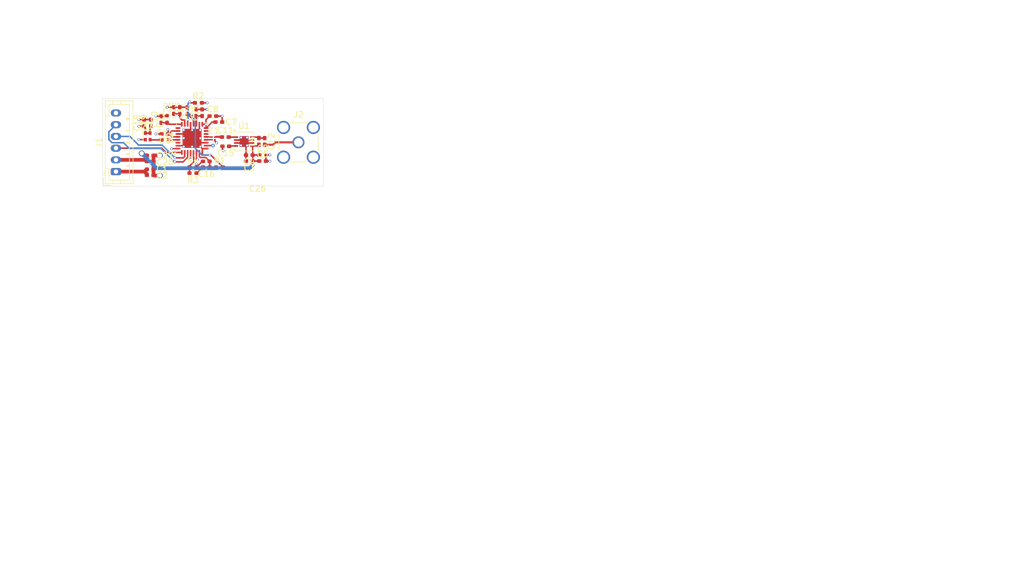
<source format=kicad_pcb>
(kicad_pcb (version 20240108) (generator "pcbnew") (generator_version "8.0")
  (layers (0 "F.Cu" signal) (1 "In1.Cu" power) (2 "In2.Cu" power) (31 "B.Cu" mixed) (34 "B.Paste" user) (35 "F.Paste" user) (36 "B.SilkS" user "B.Silkscreen") (37 "F.SilkS" user "F.Silkscreen") (38 "B.Mask" user) (39 "F.Mask" user) (44 "Edge.Cuts" user))
  (net 0 "")
  (net 1 "GND")
  (net 2 "+3.3V")
  (net 3 "+5V")
  (net 4 "Net-(Z1-Unbalanced)")
  (net 5 "Net-(C12-Pad1)")
  (net 6 "Net-(J2-In)")
  (net 7 "Net-(U2-REFIN)")
  (net 8 "Net-(X1-OUT)")
  (net 9 "Net-(U1-CB)")
  (net 10 "Net-(C16-Pad2)")
  (net 11 "Net-(U2-CPout)")
  (net 12 "Net-(U2-VTUNE)")
  (net 13 "Net-(U2-VREF)")
  (net 14 "Net-(U2-VCOM)")
  (net 15 "Net-(U2-TEMP)")
  (net 16 "CLK")
  (net 17 "DATA")
  (net 18 "LE")
  (net 19 "Net-(U2-RSET)")
  (net 20 "Net-(U2-SW)")
  (net 25 "/RF OUT")
  (net 26 "/RF+")
  (net 27 "/RF-")
  (footprint "Capacitor_SMD:C_0402_1005Metric_Pad0.74x0.62mm_HandSolder" (layer "F.Cu") (at 25.599 28.8866)
    (property "Reference" "C1" (at 2.0153 -0.0508 0) (layer "F.SilkS"))
    (property "Value" "10uF" (hide yes))
    (pad "1" smd roundrect (at -0.5675 0) (size 0.735 0.62) (layers "F.Cu" "F.Paste" "F.Mask") (net 2 "+3.3V"))
    (pad "2" smd roundrect (at 0.5675 0) (size 0.735 0.62) (layers "F.Cu" "F.Paste" "F.Mask") (net 1 "GND"))
  )
  (footprint "Capacitor_SMD:C_0402_1005Metric_Pad0.74x0.62mm_HandSolder" (layer "F.Cu") (at 44.7612 26.459)
    (property "Reference" "C5" (at 0 -1.16 360) (layer "F.SilkS"))
    (property "Value" "1.2nF")
    (pad "1" smd roundrect (at -0.5675 0) (size 0.735 0.62) (layers "F.Cu" "F.Paste" "F.Mask") (net 3 "+5V"))
    (pad "2" smd roundrect (at 0.5675 0) (size 0.735 0.62) (layers "F.Cu" "F.Paste" "F.Mask") (net 1 "GND"))
  )
  (footprint "Capacitor_SMD:C_0402_1005Metric_Pad0.74x0.62mm_HandSolder" (layer "F.Cu") (at 35.16 27.5258 180)
    (property "Reference" "C26" (at -8.7336 -4.6746 360) (layer "F.SilkS"))
    (property "Value" "2700pF")
    (pad "1" smd roundrect (at -0.5675 0 180) (size 0.735 0.62) (layers "F.Cu" "F.Paste" "F.Mask") (net 11 "Net-(U2-CPout)"))
    (pad "2" smd roundrect (at 0.5675 0 180) (size 0.735 0.62) (layers "F.Cu" "F.Paste" "F.Mask") (net 1 "GND"))
  )
  (footprint "Package_CSP:LFCSP-32-1EP_5x5mm_P0.5mm_EP3.25x3.25mm" (layer "F.Cu") (at 32.7344 23.6014 90)
    (property "Reference" "U2" (at 0 -3.75 90) (layer "F.SilkS"))
    (property "Value" "ADF4351")
    (pad "1" smd rect (at -2.4 -1.75 90) (size 0.8 0.3) (layers "F.Cu" "F.Paste" "F.Mask") (net 16 "CLK"))
    (pad "2" smd rect (at -2.4 -1.25 90) (size 0.8 0.3) (layers "F.Cu" "F.Paste" "F.Mask") (net 17 "DATA"))
    (pad "3" smd rect (at -2.4 -0.75 90) (size 0.8 0.3) (layers "F.Cu" "F.Paste" "F.Mask") (net 18 "LE"))
    (pad "4" smd rect (at -2.4 -0.25 90) (size 0.8 0.3) (layers "F.Cu" "F.Paste" "F.Mask") (net 2 "+3.3V"))
    (pad "5" smd rect (at -2.4 0.25 90) (size 0.8 0.3) (layers "F.Cu" "F.Paste" "F.Mask") (net 20 "Net-(U2-SW)"))
    (pad "6" smd rect (at -2.4 0.75 90) (size 0.8 0.3) (layers "F.Cu" "F.Paste" "F.Mask") (net 2 "+3.3V"))
    (pad "7" smd rect (at -2.4 1.25 90) (size 0.8 0.3) (layers "F.Cu" "F.Paste" "F.Mask") (net 11 "Net-(U2-CPout)"))
    (pad "8" smd rect (at -2.4 1.75 90) (size 0.8 0.3) (layers "F.Cu" "F.Paste" "F.Mask") (net 1 "GND"))
    (pad "9" smd rect (at -1.75 2.4 180) (size 0.8 0.3) (layers "F.Cu" "F.Paste" "F.Mask") (net 1 "GND"))
    (pad "10" smd rect (at -1.25 2.4 180) (size 0.8 0.3) (layers "F.Cu" "F.Paste" "F.Mask") (net 2 "+3.3V"))
    (pad "11" smd rect (at -0.75 2.4 180) (size 0.8 0.3) (layers "F.Cu" "F.Paste" "F.Mask") (net 1 "GND"))
    (pad "12" smd rect (at -0.25 2.4 180) (size 0.8 0.3) (layers "F.Cu" "F.Paste" "F.Mask") (net 26 "/RF+"))
    (pad "13" smd rect (at 0.25 2.4 180) (size 0.8 0.3) (layers "F.Cu" "F.Paste" "F.Mask") (net 27 "/RF-"))
    (pad "14" smd rect (at 0.75 2.4 180) (size 0.8 0.3) (layers "F.Cu" "F.Paste" "F.Mask"))
    (pad "15" smd rect (at 1.25 2.4 180) (size 0.8 0.3) (layers "F.Cu" "F.Paste" "F.Mask"))
    (pad "16" smd rect (at 1.75 2.4 180) (size 0.8 0.3) (layers "F.Cu" "F.Paste" "F.Mask") (net 2 "+3.3V"))
    (pad "17" smd rect (at 2.4 1.75 90) (size 0.8 0.3) (layers "F.Cu" "F.Paste" "F.Mask") (net 2 "+3.3V"))
    (pad "18" smd rect (at 2.4 1.25 90) (size 0.8 0.3) (layers "F.Cu" "F.Paste" "F.Mask") (net 1 "GND"))
    (pad "19" smd rect (at 2.4 0.75 90) (size 0.8 0.3) (layers "F.Cu" "F.Paste" "F.Mask") (net 15 "Net-(U2-TEMP)"))
    (pad "20" smd rect (at 2.4 0.25 90) (size 0.8 0.3) (layers "F.Cu" "F.Paste" "F.Mask") (net 12 "Net-(U2-VTUNE)"))
    (pad "21" smd rect (at 2.4 -0.25 90) (size 0.8 0.3) (layers "F.Cu" "F.Paste" "F.Mask") (net 1 "GND"))
    (pad "22" smd rect (at 2.4 -0.75 90) (size 0.8 0.3) (layers "F.Cu" "F.Paste" "F.Mask") (net 19 "Net-(U2-RSET)"))
    (pad "23" smd rect (at 2.4 -1.25 90) (size 0.8 0.3) (layers "F.Cu" "F.Paste" "F.Mask") (net 14 "Net-(U2-VCOM)"))
    (pad "24" smd rect (at 2.4 -1.75 90) (size 0.8 0.3) (layers "F.Cu" "F.Paste" "F.Mask") (net 13 "Net-(U2-VREF)"))
    (pad "25" smd rect (at 1.75 -2.4 180) (size 0.8 0.3) (layers "F.Cu" "F.Paste" "F.Mask"))
    (pad "26" smd rect (at 1.25 -2.4 180) (size 0.8 0.3) (layers "F.Cu" "F.Paste" "F.Mask") (net 2 "+3.3V"))
    (pad "27" smd rect (at 0.75 -2.4 180) (size 0.8 0.3) (layers "F.Cu" "F.Paste" "F.Mask") (net 1 "GND"))
    (pad "28" smd rect (at 0.25 -2.4 180) (size 0.8 0.3) (layers "F.Cu" "F.Paste" "F.Mask") (net 2 "+3.3V"))
    (pad "29" smd rect (at -0.25 -2.4 180) (size 0.8 0.3) (layers "F.Cu" "F.Paste" "F.Mask") (net 7 "Net-(U2-REFIN)"))
    (pad "30" smd rect (at -0.75 -2.4 180) (size 0.8 0.3) (layers "F.Cu" "F.Paste" "F.Mask"))
    (pad "31" smd rect (at -1.25 -2.4 180) (size 0.8 0.3) (layers "F.Cu" "F.Paste" "F.Mask") (net 1 "GND"))
    (pad "32" smd rect (at -1.75 -2.4 180) (size 0.8 0.3) (layers "F.Cu" "F.Paste" "F.Mask") (net 2 "+3.3V"))
    (pad "33" smd rect (at 0 0 90) (size 3.25 3.25) (layers "F.Cu" "F.Mask") (net 1 "GND"))
  )
  (footprint "Resistor_SMD:R_0402_1005Metric_Pad0.72x0.64mm_HandSolder" (layer "F.Cu") (at 32.8994 29.5324 180)
    (property "Reference" "R3" (at 0 -1.17 360) (layer "F.SilkS"))
    (property "Value" "90R")
    (pad "1" smd roundrect (at -0.5975 0 180) (size 0.715 0.64) (layers "F.Cu" "F.Paste" "F.Mask") (net 10 "Net-(C16-Pad2)"))
    (pad "2" smd roundrect (at 0.5975 0 180) (size 0.715 0.64) (layers "F.Cu" "F.Paste" "F.Mask") (net 20 "Net-(U2-SW)"))
  )
  (footprint "Capacitor_SMD:C_0402_1005Metric_Pad0.74x0.62mm_HandSolder" (layer "F.Cu") (at 30.6388 18.8557 90)
    (property "Reference" "C23" (at 0 -1.16 90) (layer "F.SilkS"))
    (property "Value" "0.1uF")
    (pad "1" smd roundrect (at -0.5675 0 90) (size 0.735 0.62) (layers "F.Cu" "F.Paste" "F.Mask") (net 14 "Net-(U2-VCOM)"))
    (pad "2" smd roundrect (at 0.5675 0 90) (size 0.735 0.62) (layers "F.Cu" "F.Paste" "F.Mask") (net 1 "GND"))
  )
  (footprint "Capacitor_SMD:C_0402_1005Metric_Pad0.74x0.62mm_HandSolder" (layer "F.Cu") (at 35.1687 28.5164 180)
    (property "Reference" "C16" (at 0 -1.16 360) (layer "F.SilkS"))
    (property "Value" "39nF")
    (pad "1" smd roundrect (at -0.5675 0 180) (size 0.735 0.62) (layers "F.Cu" "F.Paste" "F.Mask") (net 11 "Net-(U2-CPout)"))
    (pad "2" smd roundrect (at 0.5675 0 180) (size 0.735 0.62) (layers "F.Cu" "F.Paste" "F.Mask") (net 10 "Net-(C16-Pad2)"))
  )
  (footprint "Capacitor_SMD:C_0402_1005Metric_Pad0.74x0.62mm_HandSolder" (layer "F.Cu") (at 28.4798 20.3797 90)
    (property "Reference" "C21" (at 0 -1.16 90) (layer "F.SilkS"))
    (property "Value" "0.1uF")
    (pad "1" smd roundrect (at -0.5675 0 90) (size 0.735 0.62) (layers "F.Cu" "F.Paste" "F.Mask") (net 13 "Net-(U2-VREF)"))
    (pad "2" smd roundrect (at 0.5675 0 90) (size 0.735 0.62) (layers "F.Cu" "F.Paste" "F.Mask") (net 1 "GND"))
  )
  (footprint "Capacitor_SMD:C_0402_1005Metric_Pad0.74x0.62mm_HandSolder" (layer "F.Cu") (at 25.599 29.8772)
    (property "Reference" "C2" (at 1.9899 0.127 0) (layer "F.SilkS"))
    (property "Value" "0.1uF" (hide yes))
    (pad "1" smd roundrect (at -0.5675 0) (size 0.735 0.62) (layers "F.Cu" "F.Paste" "F.Mask") (net 2 "+3.3V"))
    (pad "2" smd roundrect (at 0.5675 0) (size 0.735 0.62) (layers "F.Cu" "F.Paste" "F.Mask") (net 1 "GND"))
  )
  (footprint "Capacitor_SMD:C_0402_1005Metric_Pad0.74x0.62mm_HandSolder" (layer "F.Cu") (at 38.4112 23.3856)
    (property "Reference" "C11" (at 0 -1.16 0) (layer "F.SilkS"))
    (property "Value" "10pF")
    (pad "1" smd roundrect (at -0.5675 0) (size 0.735 0.62) (layers "F.Cu" "F.Paste" "F.Mask") (net 4 "Net-(Z1-Unbalanced)"))
    (pad "2" smd roundrect (at 0.5675 0) (size 0.735 0.62) (layers "F.Cu" "F.Paste" "F.Mask") (net 25 "/RF OUT"))
  )
  (footprint "Connector_Coaxial:SMA_Amphenol_901-144_Vertical" (layer "F.Cu") (at 50.8762 24.2824)
    (property "Reference" "J2" (at 0 -4.75 0) (layer "F.SilkS"))
    (property "Value" "Conn_Coaxial")
    (pad "1" thru_hole circle (at 0 0) (size 2.05 2.05) (drill 1.5) (layers "*.Cu" "*.Mask") (net 6 "Net-(J2-In)"))
    (pad "2" thru_hole circle (at -2.54 -2.54) (size 2.25 2.25) (drill 1.7) (layers "*.Cu" "*.Mask") (net 1 "GND"))
    (pad "2" thru_hole circle (at -2.54 2.54) (size 2.25 2.25) (drill 1.7) (layers "*.Cu" "*.Mask") (net 1 "GND"))
    (pad "2" thru_hole circle (at 2.54 -2.54) (size 2.25 2.25) (drill 1.7) (layers "*.Cu" "*.Mask") (net 1 "GND"))
    (pad "2" thru_hole circle (at 2.54 2.54) (size 2.25 2.25) (drill 1.7) (layers "*.Cu" "*.Mask") (net 1 "GND"))
  )
  (footprint "Capacitor_SMD:C_0402_1005Metric_Pad0.74x0.62mm_HandSolder" (layer "F.Cu") (at 42.5006 26.459 180)
    (property "Reference" "C4" (at 0 -1.16 360) (layer "F.SilkS"))
    (property "Value" "1uF")
    (pad "1" smd roundrect (at -0.5675 0 180) (size 0.735 0.62) (layers "F.Cu" "F.Paste" "F.Mask") (net 3 "+5V"))
    (pad "2" smd roundrect (at 0.5675 0 180) (size 0.735 0.62) (layers "F.Cu" "F.Paste" "F.Mask") (net 1 "GND"))
  )
  (footprint "Resistor_SMD:R_0402_1005Metric_Pad0.72x0.64mm_HandSolder" (layer "F.Cu") (at 32.8994 28.5164)
    (property "Reference" "R4" (at 0 -1.17 360) (layer "F.SilkS"))
    (property "Value" "270R")
    (pad "1" smd roundrect (at -0.5975 0) (size 0.715 0.64) (layers "F.Cu" "F.Paste" "F.Mask") (net 20 "Net-(U2-SW)"))
    (pad "2" smd roundrect (at 0.5975 0) (size 0.715 0.64) (layers "F.Cu" "F.Paste" "F.Mask") (net 1 "GND"))
  )
  (footprint "Capacitor_SMD:C_0402_1005Metric_Pad0.74x0.62mm_HandSolder" (layer "F.Cu") (at 27.4892 20.3797 90)
    (property "Reference" "C20" (at 0 -1.16 90) (layer "F.SilkS"))
    (property "Value" "10pF")
    (pad "1" smd roundrect (at -0.5675 0 90) (size 0.735 0.62) (layers "F.Cu" "F.Paste" "F.Mask") (net 13 "Net-(U2-VREF)"))
    (pad "2" smd roundrect (at 0.5675 0 90) (size 0.735 0.62) (layers "F.Cu" "F.Paste" "F.Mask") (net 1 "GND"))
  )
  (footprint "Capacitor_SMD:C_0402_1005Metric_Pad0.74x0.62mm_HandSolder" (layer "F.Cu") (at 31.9342 18.8644 90)
    (property "Reference" "C17" (at 0 -1.16 90) (layer "F.SilkS"))
    (property "Value" "1200pF")
    (pad "1" smd roundrect (at -0.5675 0 90) (size 0.735 0.62) (layers "F.Cu" "F.Paste" "F.Mask") (net 12 "Net-(U2-VTUNE)"))
    (pad "2" smd roundrect (at 0.5675 0 90) (size 0.735 0.62) (layers "F.Cu" "F.Paste" "F.Mask") (net 1 "GND"))
  )
  (footprint "Package_CSP:Analog_LFCSP-8-1EP_3x3mm_P0.5mm_EP1.53x1.85mm" (layer "F.Cu") (at 41.6116 24.1436)
    (property "Reference" "U1" (at 0 -2.65 0) (layer "F.SilkS"))
    (property "Value" "PLACEHOLDER")
    (pad "1" smd rect (at -1.37 -0.75) (size 0.71 0.28) (layers "F.Cu" "F.Paste" "F.Mask") (net 25 "/RF OUT"))
    (pad "2" smd rect (at 0 -0.25) (size 3.45 0.28) (layers "F.Cu") (net 1 "GND"))
    (pad "2" smd rect (at 0 0) (size 1.53 1.85) (layers "F.Cu" "F.Mask") (net 1 "GND"))
    (pad "2" smd rect (at 0 0.25) (size 3.45 0.28) (layers "F.Cu") (net 1 "GND"))
    (pad "4" smd rect (at -1.37 0.75) (size 0.71 0.28) (layers "F.Cu" "F.Paste" "F.Mask") (net 9 "Net-(U1-CB)"))
    (pad "5" smd rect (at 1.37 0.75) (size 0.71 0.28) (layers "F.Cu" "F.Paste" "F.Mask") (net 3 "+5V"))
    (pad "8" smd rect (at 1.37 -0.75) (size 0.71 0.28) (layers "F.Cu" "F.Paste" "F.Mask") (net 5 "Net-(C12-Pad1)"))
  )
  (footprint "Resistor_SMD:R_0402_1005Metric_Pad0.72x0.64mm_HandSolder" (layer "F.Cu") (at 33.8138 17.5436)
    (property "Reference" "R2" (at 0 -1.17 0) (layer "F.SilkS"))
    (property "Value" "4.7k")
    (pad "1" smd roundrect (at -0.5975 0) (size 0.715 0.64) (layers "F.Cu" "F.Paste" "F.Mask") (net 19 "Net-(U2-RSET)"))
    (pad "2" smd roundrect (at 0.5975 0) (size 0.715 0.64) (layers "F.Cu" "F.Paste" "F.Mask") (net 1 "GND"))
  )
  (footprint "Capacitor_SMD:C_0402_1005Metric_Pad0.74x0.62mm_HandSolder" (layer "F.Cu") (at 42.5006 27.475 180)
    (property "Reference" "C3" (at 0 -1.16 360) (layer "F.SilkS"))
    (property "Value" "0.1uF")
    (pad "1" smd roundrect (at -0.5675 0 180) (size 0.735 0.62) (layers "F.Cu" "F.Paste" "F.Mask") (net 3 "+5V"))
    (pad "2" smd roundrect (at 0.5675 0 180) (size 0.735 0.62) (layers "F.Cu" "F.Paste" "F.Mask") (net 1 "GND"))
  )
  (footprint "Capacitor_SMD:C_0402_1005Metric_Pad0.74x0.62mm_HandSolder" (layer "F.Cu") (at 24.5618 20.9637 90)
    (property "Reference" "C18" (at 0 -1.16 90) (layer "F.SilkS"))
    (property "Value" "10pF")
    (pad "1" smd roundrect (at -0.5675 0 90) (size 0.735 0.62) (layers "F.Cu" "F.Paste" "F.Mask") (net 2 "+3.3V"))
    (pad "2" smd roundrect (at 0.5675 0 90) (size 0.735 0.62) (layers "F.Cu" "F.Paste" "F.Mask") (net 1 "GND"))
  )
  (footprint "Capacitor_SMD:C_0402_1005Metric_Pad0.74x0.62mm_HandSolder" (layer "F.Cu") (at 34.4488 19.2287 90)
    (property "Reference" "C25" (at 0 -1.16 90) (layer "F.SilkS"))
    (property "Value" "0.1uF")
    (pad "1" smd roundrect (at -0.5675 0 90) (size 0.735 0.62) (layers "F.Cu" "F.Paste" "F.Mask") (net 15 "Net-(U2-TEMP)"))
    (pad "2" smd roundrect (at 0.5675 0 90) (size 0.735 0.62) (layers "F.Cu" "F.Paste" "F.Mask") (net 1 "GND"))
  )
  (footprint "Capacitor_SMD:C_0402_1005Metric_Pad0.74x0.62mm_HandSolder" (layer "F.Cu") (at 25.7048 20.9637 90)
    (property "Reference" "C19" (at 0 -1.16 90) (layer "F.SilkS"))
    (property "Value" "0.1uF")
    (pad "1" smd roundrect (at -0.5675 0 90) (size 0.735 0.62) (layers "F.Cu" "F.Paste" "F.Mask") (net 2 "+3.3V"))
    (pad "2" smd roundrect (at 0.5675 0 90) (size 0.735 0.62) (layers "F.Cu" "F.Paste" "F.Mask") (net 1 "GND"))
  )
  (footprint "Oscillator:Oscillator_SMD_Abracon_ASCO-4Pin_1.6x1.2mm" (layer "F.Cu") (at 25.1778 23.2752)
    (property "Reference" "X1" (at 0.025 -1.875 0) (layer "F.SilkS"))
    (property "Value" "ASCO 24MHz")
    (pad "1" smd rect (at -0.4 -0.55) (size 0.5 0.6) (layers "F.Cu" "F.Paste" "F.Mask") (net 2 "+3.3V"))
    (pad "2" smd rect (at -0.4 0.55) (size 0.5 0.6) (layers "F.Cu" "F.Paste" "F.Mask") (net 1 "GND"))
    (pad "3" smd rect (at 0.4 0.55) (size 0.5 0.6) (layers "F.Cu" "F.Paste" "F.Mask") (net 8 "Net-(X1-OUT)"))
    (pad "4" smd rect (at 0.4 -0.55) (size 0.5 0.6) (layers "F.Cu" "F.Paste" "F.Mask") (net 2 "+3.3V"))
  )
  (footprint "Capacitor_SMD:C_0402_1005Metric_Pad0.74x0.62mm_HandSolder" (layer "F.Cu") (at 28.0988 23.8682)
    (property "Reference" "C14" (at 0 -1.16 0) (layer "F.SilkS"))
    (property "Value" "100pF")
    (pad "1" smd roundrect (at -0.5675 0) (size 0.735 0.62) (layers "F.Cu" "F.Paste" "F.Mask") (net 8 "Net-(X1-OUT)"))
    (pad "2" smd roundrect (at 0.5675 0) (size 0.735 0.62) (layers "F.Cu" "F.Paste" "F.Mask") (net 7 "Net-(U2-REFIN)"))
  )
  (footprint "Resistor_SMD:R_0402_1005Metric_Pad0.72x0.64mm_HandSolder" (layer "F.Cu") (at 37.4206 28.5418)
    (property "Reference" "R1" (at 0 -1.17 360) (layer "F.SilkS"))
    (property "Value" "680R")
    (pad "1" smd roundrect (at -0.5975 0) (size 0.715 0.64) (layers "F.Cu" "F.Paste" "F.Mask") (net 11 "Net-(U2-CPout)"))
    (pad "2" smd roundrect (at 0.5975 0) (size 0.715 0.64) (layers "F.Cu" "F.Paste" "F.Mask") (net 12 "Net-(U2-VTUNE)"))
  )
  (footprint "Capacitor_SMD:C_0402_1005Metric_Pad0.74x0.62mm_HandSolder" (layer "F.Cu") (at 38.4874 24.9604 180)
    (property "Reference" "C15" (at 0 -1.16 360) (layer "F.SilkS"))
    (property "Value" "1uF")
    (pad "1" smd roundrect (at -0.5675 0 180) (size 0.735 0.62) (layers "F.Cu" "F.Paste" "F.Mask") (net 9 "Net-(U1-CB)"))
    (pad "2" smd roundrect (at 0.5675 0 180) (size 0.735 0.62) (layers "F.Cu" "F.Paste" "F.Mask") (net 1 "GND"))
  )
  (footprint "Capacitor_SMD:C_0402_1005Metric_Pad0.74x0.62mm_HandSolder" (layer "F.Cu") (at 25.599 26.5244)
    (property "Reference" "C27" (at 2.5233 -0.0254 0) (layer "F.SilkS"))
    (property "Value" "10uF" (hide yes))
    (pad "1" smd roundrect (at -0.5675 0) (size 0.735 0.62) (layers "F.Cu" "F.Paste" "F.Mask") (net 3 "+5V"))
    (pad "2" smd roundrect (at 0.5675 0) (size 0.735 0.62) (layers "F.Cu" "F.Paste" "F.Mask") (net 1 "GND"))
  )
  (footprint "KNMicroProprietarRFLIB:4 pin 0402" (layer "F.Cu") (at 36.3792 23.6142)
    (property "Reference" "Z1" (at 0 -1.3 0) (layer "F.SilkS"))
    (property "Value" "LDM152G4505FC048")
    (pad "1" smd rect (at 0.25 -0.225) (size 0.3 0.25) (layers "F.Cu" "F.Paste" "F.Mask") (net 4 "Net-(Z1-Unbalanced)"))
    (pad "2" smd rect (at -0.25 -0.225) (size 0.3 0.25) (layers "F.Cu" "F.Paste" "F.Mask") (net 27 "/RF-"))
    (pad "3" smd rect (at -0.25 0.225) (size 0.3 0.25) (layers "F.Cu" "F.Paste" "F.Mask") (net 26 "/RF+"))
    (pad "4" smd rect (at 0.25 0.225) (size 0.3 0.25) (layers "F.Cu" "F.Paste" "F.Mask") (net 1 "GND"))
  )
  (footprint "Capacitor_SMD:C_0402_1005Metric_Pad0.74x0.62mm_HandSolder" (layer "F.Cu") (at 37.3023 20.8202)
    (property "Reference" "C7" (at 2.0995 0 0) (layer "F.SilkS"))
    (property "Value" "10uF")
    (pad "1" smd roundrect (at -0.5675 0) (size 0.735 0.62) (layers "F.Cu" "F.Paste" "F.Mask") (net 2 "+3.3V"))
    (pad "2" smd roundrect (at 0.5675 0) (size 0.735 0.62) (layers "F.Cu" "F.Paste" "F.Mask") (net 1 "GND"))
  )
  (footprint "Connector_JST:JST_PH_B6B-PH-K_1x06_P2.00mm_Vertical" (layer "F.Cu") (at 19.7608 29.2764 90)
    (property "Reference" "J1" (at 5 -2.9 90) (layer "F.SilkS"))
    (property "Value" "Conn_01x06" (hide yes))
    (pad "1" thru_hole roundrect (at 0 0 90) (size 1.2 1.75) (drill 0.75) (layers "*.Cu" "*.Mask") (roundrect_rratio 0.208333) (net 2 "+3.3V"))
    (pad "2" thru_hole oval (at 2 0 90) (size 1.2 1.75) (drill 0.75) (layers "*.Cu" "*.Mask") (net 3 "+5V"))
    (pad "3" thru_hole oval (at 4 0 90) (size 1.2 1.75) (drill 0.75) (layers "*.Cu" "*.Mask") (net 16 "CLK"))
    (pad "4" thru_hole oval (at 6 0 90) (size 1.2 1.75) (drill 0.75) (layers "*.Cu" "*.Mask") (net 17 "DATA"))
    (pad "5" thru_hole oval (at 8 0 90) (size 1.2 1.75) (drill 0.75) (layers "*.Cu" "*.Mask") (net 18 "LE"))
    (pad "6" thru_hole oval (at 10 0 90) (size 1.2 1.75) (drill 0.75) (layers "*.Cu" "*.Mask") (net 1 "GND"))
  )
  (footprint "Capacitor_SMD:C_0402_1005Metric_Pad0.74x0.62mm_HandSolder" (layer "F.Cu") (at 25.599 27.5292)
    (property "Reference" "C28" (at 2.5233 0.1382 0) (layer "F.SilkS"))
    (property "Value" "0.1uF" (hide yes))
    (pad "1" smd roundrect (at -0.5675 0) (size 0.735 0.62) (layers "F.Cu" "F.Paste" "F.Mask") (net 3 "+5V"))
    (pad "2" smd roundrect (at 0.5675 0) (size 0.735 0.62) (layers "F.Cu" "F.Paste" "F.Mask") (net 1 "GND"))
  )
  (footprint "Inductor_SMD:L_0402_1005Metric_Pad0.77x0.64mm_HandSolder" (layer "F.Cu") (at 44.1262 24.1222 90)
    (property "Reference" "L4" (at 0 -1.17 90) (layer "F.SilkS"))
    (property "Value" "47nH")
    (pad "1" smd roundrect (at -0.5725 0 90) (size 0.765 0.64) (layers "F.Cu" "F.Paste" "F.Mask") (net 3 "+5V"))
    (pad "2" smd roundrect (at 0.5725 0 90) (size 0.765 0.64) (layers "F.Cu" "F.Paste" "F.Mask") (net 5 "Net-(C12-Pad1)"))
  )
  (footprint "Capacitor_SMD:C_0402_1005Metric_Pad0.74x0.62mm_HandSolder" (layer "F.Cu") (at 44.7612 27.475)
    (property "Reference" "C6" (at 0 -1.16 360) (layer "F.SilkS"))
    (property "Value" "68pF")
    (pad "1" smd roundrect (at -0.5675 0) (size 0.735 0.62) (layers "F.Cu" "F.Paste" "F.Mask") (net 3 "+5V"))
    (pad "2" smd roundrect (at 0.5675 0) (size 0.735 0.62) (layers "F.Cu" "F.Paste" "F.Mask") (net 1 "GND"))
  )
  (footprint "Capacitor_SMD:C_0402_1005Metric_Pad0.74x0.62mm_HandSolder" (layer "F.Cu") (at 29.6228 18.8557 90)
    (property "Reference" "C22" (at 0 -1.16 90) (layer "F.SilkS"))
    (property "Value" "10pF")
    (pad "1" smd roundrect (at -0.5675 0 90) (size 0.735 0.62) (layers "F.Cu" "F.Paste" "F.Mask") (net 14 "Net-(U2-VCOM)"))
    (pad "2" smd roundrect (at 0.5675 0 90) (size 0.735 0.62) (layers "F.Cu" "F.Paste" "F.Mask") (net 1 "GND"))
  )
  (footprint "Capacitor_SMD:C_0402_1005Metric_Pad0.74x0.62mm_HandSolder" (layer "F.Cu") (at 28.0988 22.8522 180)
    (property "Reference" "C9" (at 0 -1.16 0) (layer "F.SilkS"))
    (property "Value" "0.1uF")
    (pad "1" smd roundrect (at -0.5675 0 180) (size 0.735 0.62) (layers "F.Cu" "F.Paste" "F.Mask") (net 2 "+3.3V"))
    (pad "2" smd roundrect (at 0.5675 0 180) (size 0.735 0.62) (layers "F.Cu" "F.Paste" "F.Mask") (net 1 "GND"))
  )
  (footprint "Capacitor_SMD:C_0402_1005Metric_Pad0.74x0.62mm_HandSolder" (layer "F.Cu") (at 45.1168 24.1222 -90)
    (property "Reference" "C12" (at 0 -1.16 90) (layer "F.SilkS"))
    (property "Value" "33pF")
    (pad "1" smd roundrect (at -0.5675 0 270) (size 0.735 0.62) (layers "F.Cu" "F.Paste" "F.Mask") (net 5 "Net-(C12-Pad1)"))
    (pad "2" smd roundrect (at 0.5675 0 270) (size 0.735 0.62) (layers "F.Cu" "F.Paste" "F.Mask") (net 6 "Net-(J2-In)"))
  )
  (footprint "Capacitor_SMD:C_0402_1005Metric_Pad0.74x0.62mm_HandSolder" (layer "F.Cu") (at 36.2863 19.8042)
    (property "Reference" "C8" (at 0 -1.16 0) (layer "F.SilkS"))
    (property "Value" "10pF")
    (pad "1" smd roundrect (at -0.5675 0) (size 0.735 0.62) (layers "F.Cu" "F.Paste" "F.Mask") (net 2 "+3.3V"))
    (pad "2" smd roundrect (at 0.5675 0) (size 0.735 0.62) (layers "F.Cu" "F.Paste" "F.Mask") (net 1 "GND"))
  )
  (footprint "Capacitor_SMD:C_0402_1005Metric_Pad0.74x0.62mm_HandSolder" (layer "F.Cu") (at 33.4328 19.2287 90)
    (property "Reference" "C24" (at 0 -1.16 90) (layer "F.SilkS"))
    (property "Value" "10pF")
    (pad "1" smd roundrect (at -0.5675 0 90) (size 0.735 0.62) (layers "F.Cu" "F.Paste" "F.Mask") (net 15 "Net-(U2-TEMP)"))
    (pad "2" smd roundrect (at 0.5675 0 90) (size 0.735 0.62) (layers "F.Cu" "F.Paste" "F.Mask") (net 1 "GND"))
  )
  (gr_rect (start 17.526 16.7894) (end 55.118 31.7754) (stroke (width 0.05)) (fill none) (layer "Edge.Cuts"))
  (segment (start 35.1344 24.3514) (end 33.4844 24.3514) (width 0.254) (layer "F.Cu") (net 1))
  (segment (start 31.9844 22.8514) (end 32.7344 23.6014) (width 0.254) (layer "F.Cu") (net 1))
  (segment (start 37.8778 19.8042) (end 37.8698 19.8122) (width 0.254) (layer "F.Cu") (net 1))
  (segment (start 33.4969 28.5164) (end 34.4875 27.5258) (width 0.254) (layer "F.Cu") (net 1))
  (segment (start 33.4969 28.5164) (end 33.4836 27.9576) (width 0.254) (layer "F.Cu") (net 1))
  (segment (start 27.4892 19.8122) (end 28.4798 19.8122) (width 0.254) (layer "F.Cu") (net 1))
  (segment (start 34.4113 17.5436) (end 35.3124 17.5436) (width 0.254) (layer "F.Cu") (net 1))
  (segment (start 31.4844 24.8514) (end 32.7344 23.6014) (width 0.254) (layer "F.Cu") (net 1))
  (segment (start 37.9199 24.9604) (end 37.9199 25.5867) (width 0.254) (layer "F.Cu") (net 1))
  (segment (start 41.9331 24.4651) (end 41.6116 24.1436) (width 0.254) (layer "F.Cu") (net 1))
  (segment (start 33.9844 22.3514) (end 32.7344 23.6014) (width 0.254) (layer "F.Cu") (net 1))
  (segment (start 25.7048 20.3962) (end 23.6728 20.3962) (width 0.254) (layer "F.Cu") (net 1))
  (segment (start 31.3246 25.0112) (end 31.4844 24.8514) (width 0.254) (layer "F.Cu") (net 1))
  (segment (start 27.25 29.9534) (end 26.2427 29.9534) (width 0.635) (layer "F.Cu") (net 1))
  (segment (start 36.8538 19.8042) (end 37.8778 19.8042) (width 0.254) (layer "F.Cu") (net 1))
  (segment (start 34.144 25.0112) (end 34.144 25.011) (width 0.254) (layer "F.Cu") (net 1))
  (segment (start 34.4844 25.3514) (end 34.1442 25.0112) (width 0.254) (layer "F.Cu") (net 1))
  (segment (start 32.747 22.1918) (end 32.4844 22.4544) (width 0.254) (layer "F.Cu") (net 1))
  (segment (start 45.3541 26.4336) (end 45.3287 26.459) (width 0.254) (layer "F.Cu") (net 1))
  (segment (start 41.9331 27.475) (end 41.9331 25.0453) (width 0.254) (layer "F.Cu") (net 1))
  (segment (start 34.4844 26.0014) (end 34.4844 25.3514) (width 0.254) (layer "F.Cu") (net 1))
  (segment (start 24.7778 23.8252) (end 23.6728 23.8252) (width 0.254) (layer "F.Cu") (net 1))
  (segment (start 30.3344 22.8514) (end 31.9844 22.8514) (width 0.254) (layer "F.Cu") (net 1))
  (segment (start 46.0058 27.5004) (end 45.9804 27.475) (width 0.254) (layer "F.Cu") (net 1))
  (segment (start 26.1237 27.572) (end 26.1665 27.5292) (width 0.635) (layer "F.Cu") (net 1))
  (segment (start 32.4844 21.2014) (end 32.4844 23.3514) (width 0.254) (layer "F.Cu") (net 1))
  (segment (start 32.4844 22.4544) (end 32.4844 23.3514) (width 0.254) (layer "F.Cu") (net 1))
  (segment (start 32.4844 23.3514) (end 32.7344 23.6014) (width 0.254) (layer "F.Cu") (net 1))
  (segment (start 28.4878 18.2882) (end 28.4798 18.2802) (width 0.254) (layer "F.Cu") (net 1))
  (segment (start 30.6475 18.2969) (end 30.6388 18.2882) (width 0.254) (layer "F.Cu") (net 1))
  (segment (start 34.144 22.1918) (end 33.9844 22.3514) (width 0.254) (layer "F.Cu") (net 1))
  (segment (start 42.145 24.8334) (end 41.9331 24.6215) (width 0.254) (layer "F.Cu") (net 1))
  (segment (start 34.4488 18.6612) (end 35.3378 18.6612) (width 0.254) (layer "F.Cu") (net 1))
  (segment (start 26.1665 26.5244) (end 27.25 26.5244) (width 0.635) (layer "F.Cu") (net 1))
  (segment (start 36.938 24.3762) (end 36.6292 24.0674) (width 0.254) (layer "F.Cu") (net 1))
  (segment (start 46.0058 26.4336) (end 45.3541 26.4336) (width 0.254) (layer "F.Cu") (net 1))
  (segment (start 31.9342 18.2969) (end 30.6475 18.2969) (width 0.254) (layer "F.Cu") (net 1))
  (segment (start 45.3287 26.459) (end 45.3287 27.475) (width 0.254) (layer "F.Cu") (net 1))
  (segment (start 24.5618 20.3962) (end 25.7048 20.3962) (width 0.254) (layer "F.Cu") (net 1))
  (segment (start 33.9844 21.2014) (end 33.9844 22.3514) (width 0.254) (layer "F.Cu") (net 1))
  (segment (start 26.1832 28.8866) (end 26.1832 28.3024) (width 0.635) (layer "F.Cu") (net 1))
  (segment (start 35.1344 25.3514) (end 34.4844 25.3514) (width 0.254) (layer "F.Cu") (net 1))
  (segment (start 45.3541 27.5004) (end 45.3287 27.475) (width 0.254) (layer "F.Cu") (net 1))
  (segment (start 29.6228 18.2882) (end 28.4878 18.2882) (width 0.254) (layer "F.Cu") (net 1))
  (segment (start 33.4836 27.9576) (end 33.4969 27.9455) (width 0.254) (layer "F.Cu") (net 1))
  (segment (start 33.4328 18.6612) (end 34.4488 18.6612) (width 0.254) (layer "F.Cu") (net 1))
  (segment (start 37.9199 25.5867) (end 38.0556 25.7224) (width 0.254) (layer "F.Cu") (net 1))
  (segment (start 36.6292 24.0674) (end 36.6292 23.8412) (width 0.254) (layer "F.Cu") (net 1))
  (segment (start 41.9331 24.6215) (end 41.9331 24.4651) (width 0.254) (layer "F.Cu") (net 1))
  (segment (start 26.1665 27.5292) (end 26.1665 26.5244) (width 0.635) (layer "F.Cu") (net 1))
  (segment (start 27.5313 22.8522) (end 26.5748 22.8522) (width 0.254) (layer "F.Cu") (net 1))
  (segment (start 27.4892 19.8122) (end 26.5748 19.8122) (width 0.254) (layer "F.Cu") (net 1))
  (segment (start 33.4844 24.3514) (end 32.7344 23.6014) (width 0.254) (layer "F.Cu") (net 1))
  (segment (start 29.6228 18.2882) (end 30.6388 18.2882) (width 0.254) (layer "F.Cu") (net 1))
  (segment (start 26.2427 29.9534) (end 26.1665 29.8772) (width 0.635) (layer "F.Cu") (net 1))
  (segment (start 26.1832 28.3024) (end 26.1832 27.572) (width 0.635) (layer "F.Cu") (net 1))
  (segment (start 30.3344 24.8514) (end 31.4844 24.8514) (width 0.254) (layer "F.Cu") (net 1))
  (segment (start 34.1442 25.0112) (end 34.144 25.0112) (width 0.254) (layer "F.Cu") (net 1))
  (segment (start 26.1665 29.8772) (end 26.1665 28.8866) (width 0.635) (layer "F.Cu") (net 1))
  (segment (start 34.4875 27.5258) (end 34.5925 27.5258) (width 0.254) (layer "F.Cu") (net 1))
  (segment (start 34.144 25.011) (end 32.7344 23.6014) (width 0.254) (layer "F.Cu") (net 1))
  (segment (start 33.9844 21.2014) (end 33.9916 21.1942) (width 0.254) (layer "F.Cu") (net 1))
  (segment (start 46.0058 27.5004) (end 45.3541 27.5004) (width 0.254) (layer "F.Cu") (net 1))
  (segment (start 46.0058 26.4336) (end 45.9804 26.459) (width 0.254) (layer "F.Cu") (net 1))
  (segment (start 37.8698 19.8122) (end 37.8698 20.8202) (width 0.254) (layer "F.Cu") (net 1))
  (via (at 42.1196 23.4618) (size 0.45) (drill 0.3) (layers "F.Cu" "B.Cu") (net 1))
  (via (at 41.1036 24.808) (size 0.45) (drill 0.3) (layers "F.Cu" "B.Cu") (net 1))
  (via (at 37.8778 19.8042) (size 0.45) (drill 0.3) (layers "F.Cu" "B.Cu") (net 1))
  (via (at 34.144 22.1918) (size 0.45) (drill 0.3) (layers "F.Cu" "B.Cu") (net 1))
  (via (at 31.3246 25.0112) (size 0.45) (drill 0.3) (layers "F.Cu" "B.Cu") (net 1))
  (via (at 27.25 29.9534) (size 1) (drill 0.7) (layers "F.Cu" "B.Cu") (net 1))
  (via (at 41.1036 23.4618) (size 0.45) (drill 0.3) (layers "F.Cu" "B.Cu") (net 1))
  (via (at 27.25 26.5244) (size 1) (drill 0.7) (layers "F.Cu" "B.Cu") (net 1))
  (via (at 38.0556 25.7224) (size 0.45) (drill 0.3) (layers "F.Cu" "B.Cu") (net 1))
  (via (at 31.3246 22.1918) (size 0.45) (drill 0.3) (layers "F.Cu" "B.Cu") (net 1))
  (via (at 26.5748 22.8522) (size 0.45) (drill 0.3) (layers "F.Cu" "B.Cu") (net 1))
  (via (at 31.3246 23.5634) (size 0.45) (drill 0.3) (layers "F.Cu" "B.Cu") (net 1))
  (via (at 32.747 25.0112) (size 0.45) (drill 0.3) (layers "F.Cu" "B.Cu") (net 1))
  (via (at 32.747 22.1918) (size 0.45) (drill 0.3) (layers "F.Cu" "B.Cu") (net 1))
  (via (at 33.4836 27.9576) (size 0.45) (drill 0.3) (layers "F.Cu" "B.Cu") (net 1))
  (via (at 23.6728 20.3962) (size 0.45) (drill 0.3) (layers "F.Cu" "B.Cu") (net 1))
  (via (at 36.938 24.3762) (size 0.45) (drill 0.3) (layers "F.Cu" "B.Cu") (net 1))
  (via (at 35.3378 18.6612) (size 0.45) (drill 0.3) (layers "F.Cu" "B.Cu") (net 1))
  (via (at 28.4798 18.2802) (size 0.45) (drill 0.3) (layers "F.Cu" "B.Cu") (net 1))
  (via (at 35.3124 17.5436) (size 0.45) (drill 0.3) (layers "F.Cu" "B.Cu") (net 1))
  (via (at 23.6728 23.8252) (size 0.45) (drill 0.3) (layers "F.Cu" "B.Cu") (net 1))
  (via (at 46.0058 26.4336) (size 0.45) (drill 0.3) (layers "F.Cu" "B.Cu") (net 1))
  (via (at 42.1196 24.808) (size 0.45) (drill 0.3) (layers "F.Cu" "B.Cu") (net 1))
  (via (at 26.5748 19.8122) (size 0.45) (drill 0.3) (layers "F.Cu" "B.Cu") (net 1))
  (via (at 34.144 23.5888) (size 0.45) (drill 0.3) (layers "F.Cu" "B.Cu") (net 1))
  (via (at 46.0058 27.5004) (size 0.45) (drill 0.3) (layers "F.Cu" "B.Cu") (net 1))
  (via (at 34.144 25.0112) (size 0.45) (drill 0.3) (layers "F.Cu" "B.Cu") (net 1))
  (segment (start 28.7736 22.8522) (end 29.2744 22.3514) (width 0.254) (layer "F.Cu") (net 2))
  (segment (start 25.0315 29.6662) (end 24.6417 29.2764) (width 0.635) (layer "F.Cu") (net 2))
  (segment (start 35.109 21.2014) (end 35.109 21.2264) (width 0.254) (layer "F.Cu") (net 2))
  (segment (start 35.109 21.2268) (end 35.109 21.2518) (width 0.254) (layer "F.Cu") (net 2))
  (segment (start 25.5778 21.6582) (end 25.7048 21.5312) (width 0.254) (layer "F.Cu") (net 2))
  (segment (start 32.4676 27.1874) (end 32.4676 27.1956) (width 0.254) (layer "F.Cu") (net 2))
  (segment (start 35.1092 21.2266) (end 35.1092 20.4138) (width 0.254) (layer "F.Cu") (net 2))
  (segment (start 25.0315 29.8772) (end 25.0315 29.6662) (width 0.635) (layer "F.Cu") (net 2))
  (segment (start 35.1524 24.8334) (end 35.1344 24.8514) (width 0.254) (layer "F.Cu") (net 2))
  (segment (start 32.4762 27.1788) (end 32.4676 27.1874) (width 0.254) (layer "F.Cu") (net 2))
  (segment (start 25.5778 22.7252) (end 25.5778 21.6582) (width 0.254) (layer "F.Cu") (net 2))
  (segment (start 30.3344 25.3514) (end 29.3688 25.3514) (width 0.254) (layer "F.Cu") (net 2))
  (segment (start 36.303 24.8334) (end 36.321 24.8514) (width 0.254) (layer "F.Cu") (net 2))
  (segment (start 35.109 21.2518) (end 35.1344 21.2772) (width 0.254) (layer "F.Cu") (net 2))
  (segment (start 28.8276 22.8522) (end 29.3268 23.3514) (width 0.254) (layer "F.Cu") (net 2))
  (segment (start 33.4844 27.094) (end 33.5344 27.094) (width 0.254) (layer "F.Cu") (net 2))
  (segment (start 36.7348 20.8202) (end 36.1656 20.8202) (width 0.254) (layer "F.Cu") (net 2))
  (segment (start 28.6663 22.8522) (end 28.8276 22.8522) (width 0.254) (layer "F.Cu") (net 2))
  (segment (start 24.7778 22.7252) (end 24.7778 21.7472) (width 0.254) (layer "F.Cu") (net 2))
  (segment (start 35.109 21.2264) (end 35.1092 21.2266) (width 0.254) (layer "F.Cu") (net 2))
  (segment (start 29.2418 25.3922) (end 29.2872 25.3514) (width 0.254) (layer "F.Cu") (net 2))
  (segment (start 24.5618 21.5312) (end 23.6728 21.5392) (width 0.254) (layer "F.Cu") (net 2))
  (segment (start 30.3344 23.3514) (end 29.3268 23.3514) (width 0.254) (layer "F.Cu") (net 2))
  (segment (start 33.4844 27.094) (end 33.4844 27.1948) (width 0.254) (layer "F.Cu") (net 2))
  (segment (start 34.4844 21.2014) (end 35.109 21.2014) (width 0.254) (layer "F.Cu") (net 2))
  (segment (start 19.7608 29.2764) (end 24.6584 29.2764) (width 0.635) (layer "F.Cu") (net 2))
  (segment (start 35.1092 21.2266) (end 35.109 21.2268) (width 0.254) (layer "F.Cu") (net 2))
  (segment (start 29.3688 25.3514) (end 29.2418 25.3922) (width 0.254) (layer "F.Cu") (net 2))
  (segment (start 23.6728 21.5392) (end 23.6808 21.5312) (width 0.254) (layer "F.Cu") (net 2))
  (segment (start 24.6417 29.2764) (end 25.0315 28.8866) (width 0.635) (layer "F.Cu") (net 2))
  (segment (start 24.7778 21.7472) (end 24.5618 21.5312) (width 0.254) (layer "F.Cu") (net 2))
  (segment (start 35.1092 20.4138) (end 35.7188 19.8042) (width 0.254) (layer "F.Cu") (net 2))
  (segment (start 36.303 24.8334) (end 35.1524 24.8334) (width 0.254) (layer "F.Cu") (net 2))
  (segment (start 33.5344 27.094) (end 33.6614 27.221) (width 0.254) (layer "F.Cu") (net 2))
  (segment (start 28.6663 22.8522) (end 28.7736 22.8522) (width 0.254) (layer "F.Cu") (net 2))
  (segment (start 36.1656 20.8202) (end 35.1344 21.8514) (width 0.254) (layer "F.Cu") (net 2))
  (segment (start 30.3344 22.3514) (end 29.2744 22.3514) (width 0.254) (layer "F.Cu") (net 2))
  (segment (start 28.6663 22.8522) (end 28.6663 22.0227) (width 0.254) (layer "F.Cu") (net 2))
  (segment (start 29.2872 25.3514) (end 29.328 25.3514) (width 0.254) (layer "F.Cu") (net 2))
  (segment (start 33.4844 26.0014) (end 33.4844 27.094) (width 0.254) (layer "F.Cu") (net 2))
  (segment (start 35.1344 21.2772) (end 35.1344 21.8514) (width 0.254) (layer "F.Cu") (net 2))
  (segment (start 32.4676 27.1702) (end 32.4762 27.1788) (width 0.254) (layer "F.Cu") (net 2))
  (segment (start 32.4676 25.9592) (end 32.4676 27.1702) (width 0.254) (layer "F.Cu") (net 2))
  (segment (start 24.7778 22.7252) (end 25.5778 22.7252) (width 0.254) (layer "F.Cu") (net 2))
  (via (at 23.6728 21.5392) (size 0.45) (drill 0.3) (layers "F.Cu" "B.Cu") (net 2))
  (via (at 32.4762 27.1788) (size 0.45) (drill 0.3) (layers "F.Cu" "B.Cu") (net 2))
  (via (at 35.1092 21.2266) (size 0.45) (drill 0.3) (layers "F.Cu" "B.Cu") (net 2))
  (via (at 36.303 24.8334) (size 0.6) (drill 0.3) (layers "F.Cu" "B.Cu") (net 2))
  (via (at 33.6614 27.221) (size 0.45) (drill 0.3) (layers "F.Cu" "B.Cu") (net 2))
  (via (at 29.2418 25.3922) (size 0.45) (drill 0.3) (layers "F.Cu" "B.Cu") (net 2))
  (via (at 28.6068 22.0902) (size 0.45) (drill 0.3) (layers "F.Cu" "B.Cu") (net 2))
  (segment (start 25.0315 26.5244) (end 25.0315 27.0236) (width 0.635) (layer "F.Cu") (net 3))
  (segment (start 24.2824 26.2128) (end 24.2824 26.162) (width 0.635) (layer "F.Cu") (net 3))
  (segment (start 24.6448 26.5244) (end 24.3332 26.2128) (width 0.635) (layer "F.Cu") (net 3))
  (segment (start 44.1937 27.475) (end 43.0681 27.475) (width 0.254) (layer "F.Cu") (net 3))
  (segment (start 43.0681 26.459) (end 44.1937 26.459) (width 0.254) (layer "F.Cu") (net 3))
  (segment (start 43.9273 24.8936) (end 44.1262 24.6947) (width 0.254) (layer "F.Cu") (net 3))
  (segment (start 19.7608 27.2764) (end 24.8382 27.2764) (width 0.635) (layer "F.Cu") (net 3))
  (segment (start 43.0681 24.9801) (end 42.9816 24.8936) (width 0.254) (layer "F.Cu") (net 3))
  (segment (start 43.0784 28.1686) (end 43.0681 28.1281) (width 0.254) (layer "F.Cu") (net 3))
  (segment (start 42.9816 24.8936) (end 43.9273 24.8936) (width 0.254) (layer "F.Cu") (net 3))
  (segment (start 43.0681 28.1583) (end 43.0784 28.1686) (width 0.254) (layer "F.Cu") (net 3))
  (segment (start 25.0315 27.0236) (end 24.7787 27.2764) (width 0.635) (layer "F.Cu") (net 3))
  (segment (start 25.0315 26.5244) (end 24.6448 26.5244) (width 0.635) (layer "F.Cu") (net 3))
  (segment (start 24.2824 26.162) (end 24.3078 26.1874) (width 0.635) (layer "F.Cu") (net 3))
  (segment (start 43.0681 27.475) (end 43.0681 24.9801) (width 0.254) (layer "F.Cu") (net 3))
  (segment (start 43.0681 27.475) (end 43.0681 28.1583) (width 0.254) (layer "F.Cu") (net 3))
  (segment (start 24.7787 27.2764) (end 25.0315 27.5292) (width 0.635) (layer "F.Cu") (net 3))
  (segment (start 24.3332 26.2128) (end 24.2824 26.2128) (width 0.635) (layer "F.Cu") (net 3))
  (via (at 24.1554 26.162) (size 1) (drill 0.7) (layers "F.Cu" "B.Cu") (net 3))
  (via (at 43.0784 28.1686) (size 0.45) (drill 0.3) (layers "F.Cu" "B.Cu") (net 3))
  (segment (start 26.6935 28.7001) (end 42.5469 28.7001) (width 0.635) (layer "B.Cu") (net 3))
  (segment (start 24.1554 26.162) (end 26.6935 28.7001) (width 0.635) (layer "B.Cu") (net 3))
  (segment (start 42.5469 28.7001) (end 43.0784 28.1686) (width 0.635) (layer "B.Cu") (net 3))
  (segment (start 37.797675 23.339575) (end 36.825275 23.339575) (width 0.34925) (layer "F.Cu") (net 4))
  (segment (start 36.745925 23.3856) (end 36.825275 23.3856) (width 0.254) (layer "F.Cu") (net 4))
  (segment (start 37.8437 23.3856) (end 37.797675 23.339575) (width 0.34925) (layer "F.Cu") (net 4))
  (segment (start 42.9816 23.3936) (end 43.9701 23.3936) (width 0.254) (layer "F.Cu") (net 5))
  (segment (start 44.1262 23.5497) (end 45.1118 23.5497) (width 0.254) (layer "F.Cu") (net 5))
  (segment (start 43.9701 23.3936) (end 44.1262 23.5497) (width 0.254) (layer "F.Cu") (net 5))
  (segment (start 45.1118 23.5497) (end 45.1168 23.5547) (width 0.254) (layer "F.Cu") (net 5))
  (segment (start 46.9392 24.2824) (end 50.8762 24.2824) (width 0.34925) (layer "F.Cu") (net 6))
  (segment (start 46.5319 24.6897) (end 46.9392 24.2824) (width 0.34925) (layer "F.Cu") (net 6))
  (segment (start 45.1168 24.6897) (end 46.5319 24.6897) (width 0.34925) (layer "F.Cu") (net 6))
  (segment (start 30.3344 23.8514) (end 28.6831 23.8514) (width 0.254) (layer "F.Cu") (net 7))
  (segment (start 28.6831 23.8514) (end 28.6663 23.8682) (width 0.254) (layer "F.Cu") (net 7))
  (segment (start 27.5313 23.8682) (end 25.5588 23.8682) (width 0.254) (layer "F.Cu") (net 8))
  (segment (start 40.2416 24.8936) (end 39.1217 24.8936) (width 0.254) (layer "F.Cu") (net 9))
  (segment (start 39.1217 24.8936) (end 39.0549 24.9604) (width 0.254) (layer "F.Cu") (net 9))
  (segment (start 33.5852 29.5324) (end 34.6012 28.5164) (width 0.254) (layer "F.Cu") (net 10))
  (segment (start 33.4969 29.5324) (end 33.5852 29.5324) (width 0.254) (layer "F.Cu") (net 10))
  (segment (start 35.7362 27.5345) (end 35.7275 27.5258) (width 0.254) (layer "F.Cu") (net 11))
  (segment (start 36.8231 28.5418) (end 35.7616 28.5418) (width 0.254) (layer "F.Cu") (net 11))
  (segment (start 34.1444 26.8654) (end 33.9844 26.7054) (width 0.254) (layer "F.Cu") (net 11))
  (segment (start 35.7616 28.5418) (end 35.7362 28.5164) (width 0.254) (layer "F.Cu") (net 11))
  (segment (start 35.0671 26.8654) (end 34.1444 26.8654) (width 0.254) (layer "F.Cu") (net 11))
  (segment (start 35.7362 28.5164) (end 35.7362 27.5345) (width 0.254) (layer "F.Cu") (net 11))
  (segment (start 35.7275 27.5258) (end 35.0671 26.8654) (width 0.254) (layer "F.Cu") (net 11))
  (segment (start 33.9844 26.7054) (end 33.9844 26.0014) (width 0.254) (layer "F.Cu") (net 11))
  (segment (start 32.0017 19.4994) (end 31.9342 19.4319) (width 0.254) (layer "F.Cu") (net 12))
  (segment (start 31.9342 19.4319) (end 32.9844 20.4821) (width 0.254) (layer "F.Cu") (net 12))
  (segment (start 32.6454 19.4994) (end 32.0017 19.4994) (width 0.254) (layer "F.Cu") (net 12))
  (segment (start 32.9844 20.4821) (end 32.9844 21.2014) (width 0.254) (layer "F.Cu") (net 12))
  (segment (start 38.0181 28.5418) (end 35.9353 26.459) (width 0.254) (layer "F.Cu") (net 12))
  (segment (start 35.9353 26.459) (end 35.7442 26.459) (width 0.254) (layer "F.Cu") (net 12))
  (via (at 32.6454 19.4994) (size 0.45) (drill 0.3) (layers "F.Cu" "B.Cu") (net 12))
  (via (at 35.7442 26.459) (size 0.45) (drill 0.3) (layers "F.Cu" "B.Cu") (net 12))
  (segment (start 33.299 20.566154) (end 33.299 25.3092) (width 0.254) (layer "B.Cu") (net 12))
  (segment (start 32.791046 20.0582) (end 33.299 20.566154) (width 0.254) (layer "B.Cu") (net 12))
  (segment (start 33.299 25.3092) (end 34.4488 26.459) (width 0.254) (layer "B.Cu") (net 12))
  (segment (start 34.4488 26.459) (end 35.7442 26.459) (width 0.254) (layer "B.Cu") (net 12))
  (segment (start 32.791046 20.0582) (end 32.791046 19.645046) (width 0.254) (layer "B.Cu") (net 12))
  (segment (start 32.791046 19.645046) (end 32.6454 19.4994) (width 0.254) (layer "B.Cu") (net 12))
  (segment (start 28.861 21.2014) (end 30.9844 21.2014) (width 0.254) (layer "F.Cu") (net 13))
  (segment (start 28.4798 20.9472) (end 28.6068 20.9472) (width 0.254) (layer "F.Cu") (net 13))
  (segment (start 27.4892 20.9472) (end 28.4798 20.9472) (width 0.254) (layer "F.Cu") (net 13))
  (segment (start 28.6068 20.9472) (end 28.861 21.2014) (width 0.254) (layer "F.Cu") (net 13))
  (segment (start 30.6388 19.4232) (end 30.6388 20.109) (width 0.254) (layer "F.Cu") (net 14))
  (segment (start 30.6388 20.109) (end 31.0042 20.4744) (width 0.254) (layer "F.Cu") (net 14))
  (segment (start 31.4844 20.4974) (end 31.4844 21.2014) (width 0.254) (layer "F.Cu") (net 14))
  (segment (start 31.4614 20.4744) (end 31.4844 20.4974) (width 0.254) (layer "F.Cu") (net 14))
  (segment (start 29.6228 19.4232) (end 30.6388 19.4232) (width 0.254) (layer "F.Cu") (net 14))
  (segment (start 31.0042 20.4744) (end 31.4614 20.4744) (width 0.254) (layer "F.Cu") (net 14))
  (segment (start 33.4844 19.8478) (end 33.4844 21.2014) (width 0.254) (layer "F.Cu") (net 15))
  (segment (start 33.4328 19.7962) (end 34.4488 19.7962) (width 0.254) (layer "F.Cu") (net 15))
  (segment (start 33.4328 19.7962) (end 33.4844 19.8478) (width 0.254) (layer "F.Cu") (net 15))
  (segment (start 19.7608 25.2764) (end 27.5768 25.2764) (width 0.254) (layer "F.Cu") (net 16))
  (segment (start 27.5768 25.2764) (end 28.3018 26.0014) (width 0.254) (layer "F.Cu") (net 16))
  (segment (start 28.3018 26.0014) (end 30.9844 26.0014) (width 0.254) (layer "F.Cu") (net 16))
  (segment (start 29.7646 26.9308) (end 29.79 26.9816) (width 0.254) (layer "F.Cu") (net 17))
  (segment (start 31.4844 26.7054) (end 31.259 26.9308) (width 0.254) (layer "F.Cu") (net 17))
  (segment (start 31.259 26.9308) (end 29.8154 26.9308) (width 0.254) (layer "F.Cu") (net 17))
  (segment (start 31.4844 26.0014) (end 31.4844 26.7054) (width 0.254) (layer "F.Cu") (net 17))
  (via (at 29.8154 26.9308) (size 0.45) (drill 0.3) (layers "F.Cu" "B.Cu") (net 17))
  (segment (start 27.631 24.7464) (end 23.6178 24.7464) (width 0.254) (layer "B.Cu") (net 17))
  (segment (start 23.6178 24.7464) (end 22.1478 23.2764) (width 0.254) (layer "B.Cu") (net 17))
  (segment (start 29.8154 26.9308) (end 27.631 24.7464) (width 0.254) (layer "B.Cu") (net 17))
  (segment (start 22.1478 23.2764) (end 19.7608 23.2764) (width 0.254) (layer "B.Cu") (net 17))
  (segment (start 31.215252 27.6166) (end 29.8154 27.6166) (width 0.254) (layer "F.Cu") (net 18))
  (segment (start 31.9844 26.0014) (end 31.9844 26.847452) (width 0.254) (layer "F.Cu") (net 18))
  (segment (start 29.8154 27.6166) (end 29.7646 27.6166) (width 0.254) (layer "F.Cu") (net 18))
  (segment (start 31.9844 26.847452) (end 31.215252 27.6166) (width 0.254) (layer "F.Cu") (net 18))
  (via (at 29.8154 27.6166) (size 0.45) (drill 0.3) (layers "F.Cu" "B.Cu") (net 18))
  (segment (start 18.5588 23.8022) (end 18.5588 22.4784) (width 0.254) (layer "B.Cu") (net 18))
  (segment (start 21.0618 24.3494) (end 19.106 24.3494) (width 0.254) (layer "B.Cu") (net 18))
  (segment (start 19.106 24.3494) (end 18.5588 23.8022) (width 0.254) (layer "B.Cu") (net 18))
  (segment (start 27.434554 25.3306) (end 22.043 25.3306) (width 0.254) (layer "B.Cu") (net 18))
  (segment (start 29.720554 27.6166) (end 27.434554 25.3306) (width 0.254) (layer "B.Cu") (net 18))
  (segment (start 18.5588 22.4784) (end 19.7608 21.2764) (width 0.254) (layer "B.Cu") (net 18))
  (segment (start 29.8154 27.6166) (end 29.720554 27.6166) (width 0.254) (layer "B.Cu") (net 18))
  (segment (start 22.043 25.3306) (end 21.0618 24.3494) (width 0.254) (layer "B.Cu") (net 18))
  (segment (start 31.9844 20.4906) (end 32.0612 20.4138) (width 0.254) (layer "F.Cu") (net 19))
  (segment (start 32.3406 17.3658) (end 32.366 17.3912) (width 0.254) (layer "F.Cu") (net 19))
  (segment (start 31.9844 21.2014) (end 31.9844 20.4906) (width 0.254) (layer "F.Cu") (net 19))
  (segment (start 32.5184 17.5436) (end 32.3406 17.3658) (width 0.254) (layer "F.Cu") (net 19))
  (segment (start 33.2163 17.5436) (end 32.5184 17.5436) (width 0.254) (layer "F.Cu") (net 19))
  (segment (start 32.0612 20.4138) (end 31.9844 20.4144) (width 0.254) (layer "F.Cu") (net 19))
  (via (at 32.0612 20.4138) (size 0.45) (drill 0.3) (layers "F.Cu" "B.Cu") (net 19))
  (via (at 32.3406 17.3658) (size 0.45) (drill 0.3) (layers "F.Cu" "B.Cu") (net 19))
  (segment (start 32.0612 17.6452) (end 32.0612 20.4138) (width 0.254) (layer "B.Cu") (net 19))
  (segment (start 32.3406 17.3658) (end 32.0612 17.6452) (width 0.254) (layer "B.Cu") (net 19))
  (segment (start 32.3019 28.3265) (end 33.0282 27.6002) (width 0.254) (layer "F.Cu") (net 20))
  (segment (start 32.9844 26.8234) (end 32.9844 26.0014) (width 0.254) (layer "F.Cu") (net 20))
  (segment (start 32.3019 28.5164) (end 32.3019 28.3265) (width 0.254) (layer "F.Cu") (net 20))
  (segment (start 33.0282 26.8672) (end 32.9844 26.8234) (width 0.254) (layer "F.Cu") (net 20))
  (segment (start 33.0282 27.6002) (end 33.0282 26.8672) (width 0.254) (layer "F.Cu") (net 20))
  (segment (start 32.3019 29.5324) (end 32.3019 28.5164) (width 0.254) (layer "F.Cu") (net 20))
  (segment (start 38.9867 23.3936) (end 38.9787 23.3856) (width 0.254) (layer "F.Cu") (net 25))
  (segment (start 40.2416 23.3936) (end 38.9867 23.3936) (width 0.254) (layer "F.Cu") (net 25))
  (segment (start 35.1344 23.8514) (end 35.734401 23.8514) (width 0.2) (layer "F.Cu") (net 26))
  (segment (start 35.759401 23.8264) (end 35.9728 23.8264) (width 0.2) (layer "F.Cu") (net 26))
  (segment (start 35.734401 23.8514) (end 35.759401 23.8264) (width 0.2) (layer "F.Cu") (net 26))
  (segment (start 35.734401 23.3514) (end 35.759401 23.3764) (width 0.2) (layer "F.Cu") (net 27))
  (segment (start 35.1344 23.3514) (end 35.734401 23.3514) (width 0.2) (layer "F.Cu") (net 27))
  (segment (start 35.759401 23.3764) (end 35.9728 23.3764) (width 0.2) (layer "F.Cu") (net 27))
)
</source>
